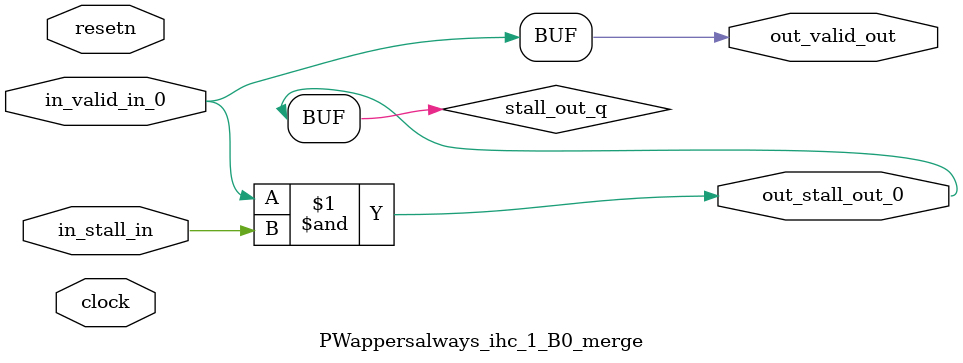
<source format=sv>



(* altera_attribute = "-name AUTO_SHIFT_REGISTER_RECOGNITION OFF; -name MESSAGE_DISABLE 10036; -name MESSAGE_DISABLE 10037; -name MESSAGE_DISABLE 14130; -name MESSAGE_DISABLE 14320; -name MESSAGE_DISABLE 15400; -name MESSAGE_DISABLE 14130; -name MESSAGE_DISABLE 10036; -name MESSAGE_DISABLE 12020; -name MESSAGE_DISABLE 12030; -name MESSAGE_DISABLE 12010; -name MESSAGE_DISABLE 12110; -name MESSAGE_DISABLE 14320; -name MESSAGE_DISABLE 13410; -name MESSAGE_DISABLE 113007; -name MESSAGE_DISABLE 10958" *)
module PWappersalways_ihc_1_B0_merge (
    input wire [0:0] in_stall_in,
    input wire [0:0] in_valid_in_0,
    output wire [0:0] out_stall_out_0,
    output wire [0:0] out_valid_out,
    input wire clock,
    input wire resetn
    );

    wire [0:0] stall_out_q;


    // stall_out(LOGICAL,6)
    assign stall_out_q = in_valid_in_0 & in_stall_in;

    // out_stall_out_0(GPOUT,4)
    assign out_stall_out_0 = stall_out_q;

    // out_valid_out(GPOUT,5)
    assign out_valid_out = in_valid_in_0;

endmodule

</source>
